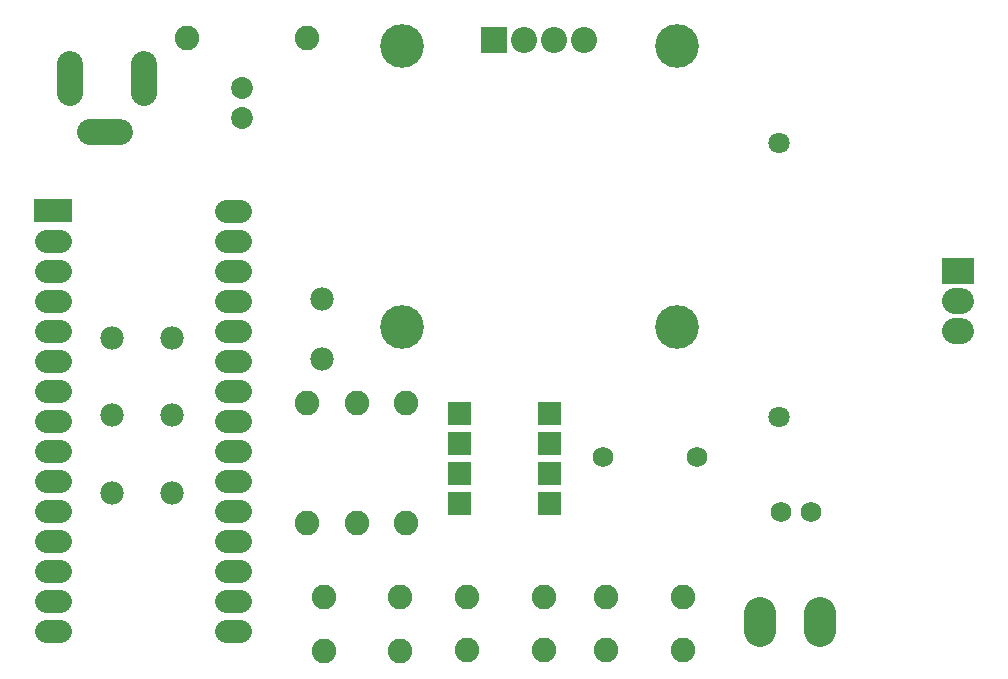
<source format=gts>
G04 Layer: TopSolderMaskLayer*
G04 EasyEDA v6.2.46, 2019-11-10T15:39:34+05:30*
G04 8ae749d232974c02949487af05e517e1,699dadb93aee4be8b9b8ad6142c81684,10*
G04 Gerber Generator version 0.2*
G04 Scale: 100 percent, Rotated: No, Reflected: No *
G04 Dimensions in inches *
G04 leading zeros omitted , absolute positions ,2 integer and 4 decimal *
%FSLAX24Y24*%
%MOIN*%
G90*
G70D02*

%ADD32C,0.108000*%
%ADD33C,0.078000*%
%ADD34C,0.077685*%
%ADD35C,0.086740*%
%ADD36C,0.070992*%
%ADD37C,0.082000*%
%ADD38C,0.068000*%
%ADD41C,0.073000*%
%ADD44C,0.145795*%

%LPD*%
G54D32*
G01X26150Y2750D02*
G01X26150Y2150D01*
G01X28150Y2750D02*
G01X28150Y2150D01*
G54D33*
G01X2840Y15150D02*
G01X2359Y15150D01*
G01X2840Y14150D02*
G01X2359Y14150D01*
G01X2840Y13150D02*
G01X2359Y13150D01*
G01X2840Y12150D02*
G01X2359Y12150D01*
G01X2840Y11150D02*
G01X2359Y11150D01*
G01X2840Y10150D02*
G01X2359Y10150D01*
G01X2840Y9150D02*
G01X2359Y9150D01*
G01X2840Y8150D02*
G01X2359Y8150D01*
G01X2840Y7150D02*
G01X2359Y7150D01*
G01X2840Y6150D02*
G01X2359Y6150D01*
G01X2840Y5150D02*
G01X2359Y5150D01*
G01X2840Y4150D02*
G01X2359Y4150D01*
G01X2840Y3150D02*
G01X2359Y3150D01*
G01X2840Y2150D02*
G01X2359Y2150D01*
G01X8840Y16150D02*
G01X8359Y16150D01*
G01X8840Y15150D02*
G01X8359Y15150D01*
G01X8840Y14150D02*
G01X8359Y14150D01*
G01X8840Y13150D02*
G01X8359Y13150D01*
G01X8840Y12150D02*
G01X8359Y12150D01*
G01X8840Y11150D02*
G01X8359Y11150D01*
G54D34*
G01X8842Y10150D02*
G01X8357Y10150D01*
G54D33*
G01X8840Y9150D02*
G01X8359Y9150D01*
G01X8840Y8150D02*
G01X8359Y8150D01*
G01X8840Y7150D02*
G01X8359Y7150D01*
G01X8840Y6150D02*
G01X8359Y6150D01*
G01X8840Y5150D02*
G01X8359Y5150D01*
G01X8840Y4150D02*
G01X8359Y4150D01*
G01X8840Y3150D02*
G01X8359Y3150D01*
G01X8840Y2150D02*
G01X8359Y2150D01*
G54D35*
G01X5630Y20057D02*
G01X5630Y21042D01*
G01X3150Y21042D02*
G01X3150Y20057D01*
G01X4823Y18759D02*
G01X3838Y18759D01*
G01X32848Y12150D02*
G01X32651Y12150D01*
G01X32848Y13150D02*
G01X32651Y13150D01*
G54D36*
G01X26800Y18416D03*
G01X26800Y9283D03*
G54D37*
G01X11063Y9736D03*
G01X11063Y5736D03*
G01X12713Y5736D03*
G01X12713Y9736D03*
G01X14350Y5750D03*
G01X14350Y9750D03*
G01X7050Y21900D03*
G01X11050Y21900D03*
G54D33*
G01X11550Y13200D03*
G01X11550Y11200D03*
G01X4550Y6750D03*
G01X6550Y6750D03*
G01X4550Y9350D03*
G01X6550Y9350D03*
G01X4550Y11900D03*
G01X6550Y11900D03*
G54D38*
G01X24075Y7950D03*
G01X20923Y7951D03*
G36*
G01X1969Y15765D02*
G01X1969Y16534D01*
G01X3230Y16534D01*
G01X3230Y15765D01*
G01X1969Y15765D01*
G37*
G36*
G01X32218Y13715D02*
G01X32218Y14584D01*
G01X33281Y14584D01*
G01X33281Y13715D01*
G01X32218Y13715D01*
G37*
G54D37*
G01X16400Y3280D03*
G01X18960Y3280D03*
G01X16400Y1500D03*
G01X18960Y1500D03*
G01X11613Y3266D03*
G01X14173Y3266D03*
G01X11613Y1486D03*
G01X14173Y1486D03*
G01X21039Y3280D03*
G01X23600Y3280D03*
G01X21039Y1500D03*
G01X23600Y1500D03*
G54D38*
G01X26850Y6100D03*
G01X27850Y6100D03*
G54D41*
G01X8900Y20250D03*
G01X8900Y19250D03*
G36*
G01X15769Y9019D02*
G01X15769Y9780D01*
G01X16530Y9780D01*
G01X16530Y9019D01*
G01X15769Y9019D01*
G37*
G36*
G01X15769Y8019D02*
G01X15769Y8780D01*
G01X16530Y8780D01*
G01X16530Y8019D01*
G01X15769Y8019D01*
G37*
G36*
G01X15769Y7019D02*
G01X15769Y7780D01*
G01X16530Y7780D01*
G01X16530Y7019D01*
G01X15769Y7019D01*
G37*
G36*
G01X15769Y6019D02*
G01X15769Y6780D01*
G01X16530Y6780D01*
G01X16530Y6019D01*
G01X15769Y6019D01*
G37*
G36*
G01X18769Y6019D02*
G01X18769Y6780D01*
G01X19530Y6780D01*
G01X19530Y6019D01*
G01X18769Y6019D01*
G37*
G36*
G01X18769Y7019D02*
G01X18769Y7780D01*
G01X19530Y7780D01*
G01X19530Y7019D01*
G01X18769Y7019D01*
G37*
G36*
G01X18769Y8019D02*
G01X18769Y8780D01*
G01X19530Y8780D01*
G01X19530Y8019D01*
G01X18769Y8019D01*
G37*
G36*
G01X18769Y9019D02*
G01X18769Y9780D01*
G01X19530Y9780D01*
G01X19530Y9019D01*
G01X18769Y9019D01*
G37*
G36*
G01X16865Y21400D02*
G01X16865Y22267D01*
G01X17734Y22267D01*
G01X17734Y21400D01*
G01X16865Y21400D01*
G37*
G54D35*
G01X18300Y21833D03*
G01X19300Y21833D03*
G01X20300Y21833D03*
G54D44*
G01X14213Y21636D03*
G01X23386Y21636D03*
G01X14213Y12266D03*
G01X23386Y12266D03*
M00*
M02*

</source>
